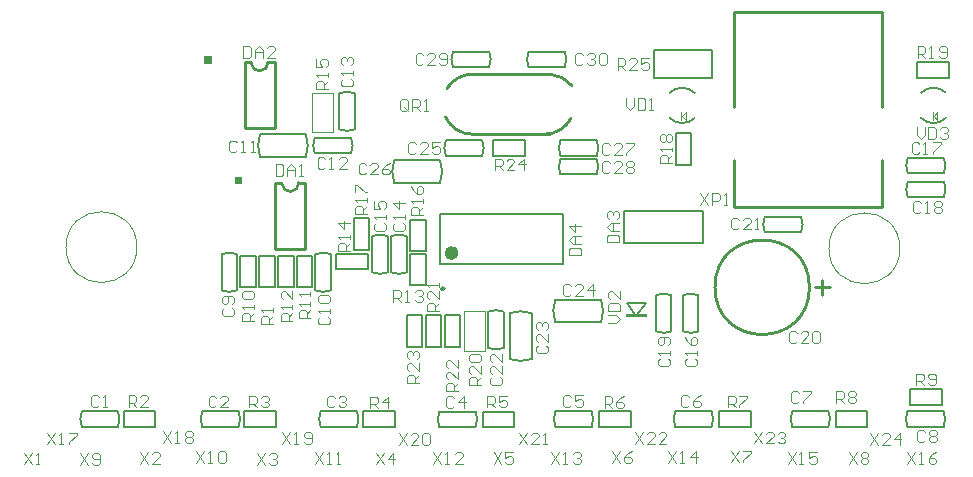
<source format=gto>
G04 Layer_Color=65535*
%FSLAX24Y24*%
%MOIN*%
G70*
G01*
G75*
%ADD10C,0.0079*%
%ADD27C,0.0098*%
%ADD37C,0.0070*%
%ADD38C,0.0100*%
%ADD39C,0.0070*%
%ADD40C,0.0236*%
%ADD41C,0.0071*%
%ADD42C,0.0039*%
G36*
X44061Y21709D02*
X43341D01*
Y21818D01*
X44061D01*
Y21709D01*
D02*
G37*
G36*
X30563Y26156D02*
X30313D01*
Y26406D01*
X30563D01*
Y26156D01*
D02*
G37*
G36*
X29539Y30171D02*
X29289D01*
Y30421D01*
X29539D01*
Y30171D01*
D02*
G37*
D10*
X43701Y21758D02*
X44031Y22188D01*
X43371D02*
X43701Y21758D01*
X43371Y22188D02*
X44031D01*
X43287Y25256D02*
X45925D01*
X43287Y24193D02*
X45925D01*
Y25256D01*
X43287Y24193D02*
Y25256D01*
X37165Y23480D02*
X41260D01*
X37165Y25173D02*
X41260D01*
X37165Y23480D02*
Y25173D01*
X41260Y23480D02*
Y25173D01*
D27*
X37293Y22677D02*
G03*
X37293Y22677I-49J0D01*
G01*
D37*
X53940Y18072D02*
G03*
X53940Y18583I-609J255D01*
G01*
X52733D02*
G03*
X52733Y18072I608J-256D01*
G01*
X46204D02*
G03*
X46204Y18583I-609J255D01*
G01*
X44997D02*
G03*
X44997Y18072I608J-256D01*
G01*
X42208D02*
G03*
X42208Y18583I-609J255D01*
G01*
X41001D02*
G03*
X41000Y18072I608J-256D01*
G01*
X38340Y18062D02*
G03*
X38340Y18573I-609J255D01*
G01*
X37133D02*
G03*
X37132Y18062I608J-256D01*
G01*
X34383Y18072D02*
G03*
X34383Y18583I-609J255D01*
G01*
X33176D02*
G03*
X33176Y18072I608J-256D01*
G01*
X30437D02*
G03*
X30436Y18583I-609J255D01*
G01*
X29229D02*
G03*
X29229Y18072I608J-256D01*
G01*
X26421Y18072D02*
G03*
X26420Y18583I-609J255D01*
G01*
X25213D02*
G03*
X25213Y18072I608J-256D01*
G01*
X30383Y23822D02*
G03*
X29872Y23822I-255J-609D01*
G01*
Y22615D02*
G03*
X30383Y22615I256J608D01*
G01*
X33513Y23822D02*
G03*
X33002Y23822I-255J-609D01*
G01*
Y22615D02*
G03*
X33513Y22615I256J608D01*
G01*
X34903Y23215D02*
G03*
X35413Y23215I255J609D01*
G01*
Y24422D02*
G03*
X34903Y24423I-256J-608D01*
G01*
X35533Y23215D02*
G03*
X36043Y23215I255J609D01*
G01*
Y24422D02*
G03*
X35533Y24423I-256J-608D01*
G01*
X32979Y27696D02*
G03*
X32979Y27185I609J-255D01*
G01*
X34186D02*
G03*
X34187Y27696I-608J256D01*
G01*
X34310Y29187D02*
G03*
X33799Y29186I-255J-609D01*
G01*
Y27979D02*
G03*
X34310Y27979I256J608D01*
G01*
X39270Y21903D02*
G03*
X38760Y21903I-255J-609D01*
G01*
Y20696D02*
G03*
X39270Y20695I256J608D01*
G01*
X44861Y22454D02*
G03*
X44351Y22454I-255J-609D01*
G01*
Y21247D02*
G03*
X44861Y21247I256J608D01*
G01*
X45767Y22454D02*
G03*
X45256Y22454I-255J-609D01*
G01*
Y21247D02*
G03*
X45767Y21247I256J608D01*
G01*
X37349Y27617D02*
G03*
X37349Y27106I609J-255D01*
G01*
X38556D02*
G03*
X38557Y27617I-608J256D01*
G01*
X42376Y26478D02*
G03*
X42375Y26988I-609J255D01*
G01*
X41168D02*
G03*
X41168Y26478I608J-256D01*
G01*
X42376Y27107D02*
G03*
X42375Y27617I-609J255D01*
G01*
X41168D02*
G03*
X41168Y27107I608J-256D01*
G01*
X41313Y30060D02*
G03*
X41312Y30571I-609J255D01*
G01*
X40105D02*
G03*
X40105Y30060I608J-256D01*
G01*
X37585Y30570D02*
G03*
X37586Y30059I609J-255D01*
G01*
X38792D02*
G03*
X38793Y30570I-608J256D01*
G01*
X49187Y24548D02*
G03*
X49186Y25059I-609J255D01*
G01*
X47979D02*
G03*
X47979Y24548I608J-256D01*
G01*
X52743Y27026D02*
G03*
X52743Y26516I609J-255D01*
G01*
X53950D02*
G03*
X53950Y27026I-608J256D01*
G01*
X52743Y26239D02*
G03*
X52743Y25728I609J-255D01*
G01*
X53950D02*
G03*
X53950Y26239I-608J256D01*
G01*
X50102Y18072D02*
G03*
X50101Y18583I-609J255D01*
G01*
X48895D02*
G03*
X48894Y18072I608J-256D01*
G01*
X52736Y18583D02*
X53937D01*
X52737Y18072D02*
X53937D01*
X46467Y18583D02*
X47510D01*
X46467Y18071D02*
X47510D01*
Y18583D01*
X46467Y18071D02*
Y18583D01*
X45000D02*
X46200D01*
X45000Y18072D02*
X46200D01*
X41004Y18583D02*
X42204D01*
X41004Y18072D02*
X42204D01*
X42461Y18583D02*
X43504D01*
X42461Y18071D02*
X43504D01*
Y18583D01*
X42461Y18071D02*
Y18583D01*
X52835Y18799D02*
X53878D01*
X52835Y19311D02*
X53878D01*
X52835Y18799D02*
Y19311D01*
X53878Y18799D02*
Y19311D01*
X38573Y18573D02*
X39616D01*
X38573Y18061D02*
X39616D01*
Y18573D01*
X38573Y18061D02*
Y18573D01*
X37135D02*
X38336D01*
X37136Y18062D02*
X38336D01*
X34597Y18583D02*
X35640D01*
X34597Y18071D02*
X35640D01*
Y18583D01*
X34597Y18071D02*
Y18583D01*
X33179D02*
X34380D01*
X33180Y18072D02*
X34380D01*
X30630Y18583D02*
X31673D01*
X30630Y18071D02*
X31673D01*
Y18583D01*
X30630Y18071D02*
Y18583D01*
X29232D02*
X30433D01*
X29233Y18072D02*
X30433D01*
X26614Y18583D02*
X27658D01*
X26614Y18071D02*
X27658D01*
Y18583D01*
X26614Y18071D02*
Y18583D01*
X25216D02*
X26417D01*
X25217Y18072D02*
X26417D01*
X29872Y22618D02*
Y23819D01*
X30383Y22619D02*
Y23819D01*
X31014Y22716D02*
Y23760D01*
X30502Y22716D02*
Y23760D01*
Y22716D02*
X31014D01*
X30502Y23760D02*
X31014D01*
X31132Y22716D02*
Y23760D01*
X31644Y22716D02*
Y23760D01*
X31132D02*
X31644D01*
X31132Y22716D02*
X31644D01*
X32894D02*
Y23760D01*
X32382Y22716D02*
Y23760D01*
Y22716D02*
X32894D01*
X32382Y23760D02*
X32894D01*
X32274Y22716D02*
Y23760D01*
X31762Y22716D02*
Y23760D01*
Y22716D02*
X32274D01*
X31762Y23760D02*
X32274D01*
X33002Y22618D02*
Y23819D01*
X33513Y22619D02*
Y23819D01*
X36161Y22786D02*
Y23829D01*
X36673Y22786D02*
Y23829D01*
X36161D02*
X36673D01*
X36161Y22786D02*
X36673D01*
X33701Y23839D02*
X34744D01*
X33701Y23327D02*
X34744D01*
Y23839D01*
X33701Y23327D02*
Y23839D01*
X34272Y23967D02*
Y25010D01*
X34783Y23967D02*
Y25010D01*
X34272D02*
X34783D01*
X34272Y23967D02*
X34783D01*
X35413Y23219D02*
Y24420D01*
X34902Y23219D02*
Y24419D01*
X36043Y23219D02*
Y24420D01*
X35532Y23219D02*
Y24419D01*
X36161Y23927D02*
Y24971D01*
X36673Y23927D02*
Y24971D01*
X36161D02*
X36673D01*
X36161Y23927D02*
X36673D01*
X32983Y27185D02*
X34183D01*
X32983Y27696D02*
X34183D01*
X33799Y27982D02*
Y29183D01*
X34310Y27983D02*
Y29183D01*
X36043Y20738D02*
Y21782D01*
X36555Y20738D02*
Y21782D01*
X36043D02*
X36555D01*
X36043Y20738D02*
X36555D01*
X36673D02*
Y21782D01*
X37185Y20738D02*
Y21782D01*
X36673D02*
X37185D01*
X36673Y20738D02*
X37185D01*
X37303D02*
Y21782D01*
X37815Y20738D02*
Y21782D01*
X37303D02*
X37815D01*
X37303Y20738D02*
X37815D01*
X38760Y20698D02*
Y21899D01*
X39271Y20699D02*
Y21899D01*
X44350Y21250D02*
Y22450D01*
X44861Y21250D02*
Y22450D01*
X45256Y21250D02*
Y22450D01*
X45767Y21250D02*
Y22450D01*
X37353Y27106D02*
X38554D01*
X37353Y27617D02*
X38553D01*
X41171Y26988D02*
X42372D01*
X41172Y26477D02*
X42372D01*
X41171Y27617D02*
X42372D01*
X41172Y27106D02*
X42372D01*
X38927D02*
X39970D01*
X38927Y27618D02*
X39970D01*
X38927Y27106D02*
Y27618D01*
X39970Y27106D02*
Y27618D01*
X40108Y30571D02*
X41309D01*
X40109Y30060D02*
X41309D01*
X37589Y30059D02*
X38790D01*
X37589Y30570D02*
X38789D01*
X47982Y25059D02*
X49183D01*
X47983Y24548D02*
X49183D01*
X53061Y30217D02*
X54104D01*
X53061Y29705D02*
X54104D01*
Y30217D01*
X53061Y29705D02*
Y30217D01*
X52746Y26516D02*
X53947D01*
X52746Y27027D02*
X53946D01*
X52746Y25728D02*
X53947D01*
X52746Y26239D02*
X53946D01*
X45020Y26801D02*
Y27845D01*
X45532Y26801D02*
Y27845D01*
X45020D02*
X45532D01*
X45020Y26801D02*
X45532D01*
X48897Y18583D02*
X50098D01*
X48898Y18072D02*
X50098D01*
X50354Y18583D02*
X51398D01*
X50354Y18071D02*
X51398D01*
Y18583D01*
X50354Y18071D02*
Y18583D01*
D38*
X31882Y26185D02*
G03*
X32440Y26204I280J0D01*
G01*
X30858Y30201D02*
G03*
X31417Y30220I280J0D01*
G01*
X37332Y28395D02*
G03*
X38238Y27819I906J424D01*
G01*
Y29819D02*
G03*
X37390Y29349I0J-1000D01*
G01*
X40638Y27819D02*
G03*
X41518Y28343I0J1000D01*
G01*
X41551Y29435D02*
G03*
X40814Y29818I-788J-616D01*
G01*
X49468Y22717D02*
G03*
X49468Y22717I-1575J0D01*
G01*
X51890Y28736D02*
Y31886D01*
X46968Y28736D02*
Y31886D01*
Y25394D02*
X51890D01*
X46968Y31886D02*
X51890D01*
Y25394D02*
Y26969D01*
X46968Y25394D02*
Y26969D01*
X32663Y24006D02*
Y26206D01*
X31663Y24006D02*
Y26206D01*
Y24006D02*
X32663D01*
X32463Y26206D02*
X32663D01*
X31663D02*
X31863D01*
X31639Y28021D02*
Y30221D01*
X30639Y28021D02*
Y30221D01*
Y28021D02*
X31639D01*
X31439Y30221D02*
X31639D01*
X30639D02*
X30839D01*
X38188Y27819D02*
X40813D01*
X38188Y29819D02*
X40813D01*
X49644Y22717D02*
X50144D01*
X49894Y22467D02*
Y22967D01*
D39*
X32680Y27070D02*
G03*
X32680Y27812I-1004J371D01*
G01*
X31151Y27812D02*
G03*
X31150Y27072I1025J-371D01*
G01*
X40214Y21853D02*
G03*
X39471Y21853I-371J-1004D01*
G01*
X39471Y20324D02*
G03*
X40212Y20323I371J1025D01*
G01*
X42522Y21558D02*
G03*
X42522Y22300I-1004J371D01*
G01*
X40993Y22300D02*
G03*
X40993Y21560I1025J-371D01*
G01*
X35627Y26946D02*
G03*
X35627Y26204I1004J-371D01*
G01*
X37156Y26204D02*
G03*
X37157Y26944I-1025J371D01*
G01*
X31156Y27811D02*
X32676D01*
X31156Y27071D02*
X32676D01*
X39473Y20329D02*
Y21849D01*
X40213Y20329D02*
Y21849D01*
X40999Y22299D02*
X42519D01*
X40999Y21559D02*
X42519D01*
X35631Y26205D02*
X37151D01*
X35631Y26945D02*
X37151D01*
X44276Y29677D02*
Y30637D01*
X46206Y29677D02*
Y30637D01*
X44276Y29677D02*
X46206D01*
X44276Y30637D02*
X46206D01*
D40*
X37657Y23858D02*
G03*
X37657Y23858I-118J0D01*
G01*
D41*
X45642Y29197D02*
G03*
X44807Y29197I-418J-418D01*
G01*
Y28362D02*
G03*
X45642Y28362I418J418D01*
G01*
X54018Y29197D02*
G03*
X53183Y29197I-418J-418D01*
G01*
Y28362D02*
G03*
X54018Y28362I418J418D01*
G01*
D42*
X27047Y24055D02*
G03*
X27047Y24055I-1181J0D01*
G01*
X52480Y24016D02*
G03*
X52480Y24016I-1181J0D01*
G01*
X32878Y29201D02*
X33579D01*
X32878Y27886D02*
X33579D01*
X32878D02*
Y29201D01*
X33579Y27886D02*
Y29201D01*
X37957Y21917D02*
X38657D01*
X37957Y20602D02*
X38657D01*
X37957D02*
Y21917D01*
X38657Y20602D02*
Y21917D01*
X45236Y28425D02*
X45354Y28543D01*
X45236Y28425D02*
X45354Y28307D01*
Y28543D01*
X45197Y28307D02*
Y28543D01*
X53612Y28425D02*
X53730Y28543D01*
X53612Y28425D02*
X53730Y28307D01*
Y28543D01*
X53573Y28307D02*
Y28543D01*
X45817Y25866D02*
X46079Y25472D01*
Y25866D02*
X45817Y25472D01*
X46210D02*
Y25866D01*
X46407D01*
X46473Y25800D01*
Y25669D01*
X46407Y25604D01*
X46210D01*
X46604Y25472D02*
X46735D01*
X46670D01*
Y25866D01*
X46604Y25800D01*
X53323Y17877D02*
X53258Y17943D01*
X53127D01*
X53061Y17877D01*
Y17615D01*
X53127Y17549D01*
X53258D01*
X53323Y17615D01*
X53455Y17877D02*
X53520Y17943D01*
X53651D01*
X53717Y17877D01*
Y17812D01*
X53651Y17746D01*
X53717Y17680D01*
Y17615D01*
X53651Y17549D01*
X53520D01*
X53455Y17615D01*
Y17680D01*
X53520Y17746D01*
X53455Y17812D01*
Y17877D01*
X53520Y17746D02*
X53651D01*
X46742Y18711D02*
Y19104D01*
X46939D01*
X47005Y19039D01*
Y18907D01*
X46939Y18842D01*
X46742D01*
X46873D02*
X47005Y18711D01*
X47136Y19104D02*
X47398D01*
Y19039D01*
X47136Y18776D01*
Y18711D01*
X45459Y19048D02*
X45394Y19114D01*
X45262D01*
X45197Y19048D01*
Y18786D01*
X45262Y18720D01*
X45394D01*
X45459Y18786D01*
X45853Y19114D02*
X45722Y19048D01*
X45590Y18917D01*
Y18786D01*
X45656Y18720D01*
X45787D01*
X45853Y18786D01*
Y18852D01*
X45787Y18917D01*
X45590D01*
X41512Y19048D02*
X41447Y19114D01*
X41316D01*
X41250Y19048D01*
Y18786D01*
X41316Y18720D01*
X41447D01*
X41512Y18786D01*
X41906Y19114D02*
X41644D01*
Y18917D01*
X41775Y18983D01*
X41840D01*
X41906Y18917D01*
Y18786D01*
X41840Y18720D01*
X41709D01*
X41644Y18786D01*
X42638Y18701D02*
Y19094D01*
X42835D01*
X42900Y19029D01*
Y18898D01*
X42835Y18832D01*
X42638D01*
X42769D02*
X42900Y18701D01*
X43294Y19094D02*
X43163Y19029D01*
X43031Y18898D01*
Y18766D01*
X43097Y18701D01*
X43228D01*
X43294Y18766D01*
Y18832D01*
X43228Y18898D01*
X43031D01*
X53022Y19449D02*
Y19842D01*
X53218D01*
X53284Y19777D01*
Y19646D01*
X53218Y19580D01*
X53022D01*
X53153D02*
X53284Y19449D01*
X53415Y19514D02*
X53481Y19449D01*
X53612D01*
X53678Y19514D01*
Y19777D01*
X53612Y19842D01*
X53481D01*
X53415Y19777D01*
Y19711D01*
X53481Y19646D01*
X53678D01*
X38720Y18711D02*
Y19104D01*
X38917D01*
X38983Y19039D01*
Y18907D01*
X38917Y18842D01*
X38720D01*
X38852D02*
X38983Y18711D01*
X39376Y19104D02*
X39114D01*
Y18907D01*
X39245Y18973D01*
X39311D01*
X39376Y18907D01*
Y18776D01*
X39311Y18711D01*
X39180D01*
X39114Y18776D01*
X37625Y19019D02*
X37559Y19085D01*
X37428D01*
X37362Y19019D01*
Y18757D01*
X37428Y18691D01*
X37559D01*
X37625Y18757D01*
X37953Y18691D02*
Y19085D01*
X37756Y18888D01*
X38018D01*
X34813Y18681D02*
Y19075D01*
X35010D01*
X35075Y19009D01*
Y18878D01*
X35010Y18812D01*
X34813D01*
X34944D02*
X35075Y18681D01*
X35403D02*
Y19075D01*
X35207Y18878D01*
X35469D01*
X33638Y19039D02*
X33573Y19104D01*
X33442D01*
X33376Y19039D01*
Y18776D01*
X33442Y18711D01*
X33573D01*
X33638Y18776D01*
X33770Y19039D02*
X33835Y19104D01*
X33966D01*
X34032Y19039D01*
Y18973D01*
X33966Y18907D01*
X33901D01*
X33966D01*
X34032Y18842D01*
Y18776D01*
X33966Y18711D01*
X33835D01*
X33770Y18776D01*
X30787Y18711D02*
Y19104D01*
X30984D01*
X31050Y19039D01*
Y18907D01*
X30984Y18842D01*
X30787D01*
X30919D02*
X31050Y18711D01*
X31181Y19039D02*
X31247Y19104D01*
X31378D01*
X31443Y19039D01*
Y18973D01*
X31378Y18907D01*
X31312D01*
X31378D01*
X31443Y18842D01*
Y18776D01*
X31378Y18711D01*
X31247D01*
X31181Y18776D01*
X29701Y19039D02*
X29636Y19104D01*
X29505D01*
X29439Y19039D01*
Y18776D01*
X29505Y18711D01*
X29636D01*
X29701Y18776D01*
X30095Y18711D02*
X29833D01*
X30095Y18973D01*
Y19039D01*
X30029Y19104D01*
X29898D01*
X29833Y19039D01*
X26772Y18720D02*
Y19114D01*
X26968D01*
X27034Y19048D01*
Y18917D01*
X26968Y18852D01*
X26772D01*
X26903D02*
X27034Y18720D01*
X27428D02*
X27165D01*
X27428Y18983D01*
Y19048D01*
X27362Y19114D01*
X27231D01*
X27165Y19048D01*
X25794D02*
X25728Y19114D01*
X25597D01*
X25531Y19048D01*
Y18786D01*
X25597Y18720D01*
X25728D01*
X25794Y18786D01*
X25925Y18720D02*
X26056D01*
X25991D01*
Y19114D01*
X25925Y19048D01*
X23278Y17205D02*
X23540Y16811D01*
Y17205D02*
X23278Y16811D01*
X23671D02*
X23802D01*
X23737D01*
Y17205D01*
X23671Y17139D01*
X25167Y17185D02*
X25430Y16791D01*
Y17185D02*
X25167Y16791D01*
X25561Y16857D02*
X25626Y16791D01*
X25758D01*
X25823Y16857D01*
Y17119D01*
X25758Y17185D01*
X25626D01*
X25561Y17119D01*
Y17054D01*
X25626Y16988D01*
X25823D01*
X27156Y17234D02*
X27418Y16841D01*
Y17234D02*
X27156Y16841D01*
X27811D02*
X27549D01*
X27811Y17103D01*
Y17169D01*
X27746Y17234D01*
X27615D01*
X27549Y17169D01*
X29026Y17244D02*
X29288Y16850D01*
Y17244D02*
X29026Y16850D01*
X29419D02*
X29550D01*
X29485D01*
Y17244D01*
X29419Y17178D01*
X29747D02*
X29813Y17244D01*
X29944D01*
X30010Y17178D01*
Y16916D01*
X29944Y16850D01*
X29813D01*
X29747Y16916D01*
Y17178D01*
X31063Y17195D02*
X31325Y16801D01*
Y17195D02*
X31063Y16801D01*
X31457Y17129D02*
X31522Y17195D01*
X31653D01*
X31719Y17129D01*
Y17064D01*
X31653Y16998D01*
X31588D01*
X31653D01*
X31719Y16932D01*
Y16867D01*
X31653Y16801D01*
X31522D01*
X31457Y16867D01*
X32982Y17234D02*
X33245Y16841D01*
Y17234D02*
X32982Y16841D01*
X33376D02*
X33507D01*
X33441D01*
Y17234D01*
X33376Y17169D01*
X33704Y16841D02*
X33835D01*
X33769D01*
Y17234D01*
X33704Y17169D01*
X35010Y17205D02*
X35272Y16811D01*
Y17205D02*
X35010Y16811D01*
X35600D02*
Y17205D01*
X35403Y17008D01*
X35666D01*
X36919Y17214D02*
X37182Y16821D01*
Y17214D02*
X36919Y16821D01*
X37313D02*
X37444D01*
X37378D01*
Y17214D01*
X37313Y17149D01*
X37903Y16821D02*
X37641D01*
X37903Y17083D01*
Y17149D01*
X37838Y17214D01*
X37706D01*
X37641Y17149D01*
X38937Y17224D02*
X39199Y16831D01*
Y17224D02*
X38937Y16831D01*
X39593Y17224D02*
X39331D01*
Y17027D01*
X39462Y17093D01*
X39527D01*
X39593Y17027D01*
Y16896D01*
X39527Y16831D01*
X39396D01*
X39331Y16896D01*
X40856Y17234D02*
X41119Y16841D01*
Y17234D02*
X40856Y16841D01*
X41250D02*
X41381D01*
X41315D01*
Y17234D01*
X41250Y17169D01*
X41578D02*
X41643Y17234D01*
X41775D01*
X41840Y17169D01*
Y17103D01*
X41775Y17037D01*
X41709D01*
X41775D01*
X41840Y16972D01*
Y16906D01*
X41775Y16841D01*
X41643D01*
X41578Y16906D01*
X42884Y17254D02*
X43146Y16860D01*
Y17254D02*
X42884Y16860D01*
X43540Y17254D02*
X43409Y17188D01*
X43277Y17057D01*
Y16926D01*
X43343Y16860D01*
X43474D01*
X43540Y16926D01*
Y16991D01*
X43474Y17057D01*
X43277D01*
X44754Y17244D02*
X45016Y16850D01*
Y17244D02*
X44754Y16850D01*
X45148D02*
X45279D01*
X45213D01*
Y17244D01*
X45148Y17178D01*
X45672Y16850D02*
Y17244D01*
X45475Y17047D01*
X45738D01*
X48740Y17234D02*
X49003Y16841D01*
Y17234D02*
X48740Y16841D01*
X49134D02*
X49265D01*
X49199D01*
Y17234D01*
X49134Y17169D01*
X49724Y17234D02*
X49462D01*
Y17037D01*
X49593Y17103D01*
X49658D01*
X49724Y17037D01*
Y16906D01*
X49658Y16841D01*
X49527D01*
X49462Y16906D01*
X52717Y17234D02*
X52979Y16841D01*
Y17234D02*
X52717Y16841D01*
X53110D02*
X53241D01*
X53176D01*
Y17234D01*
X53110Y17169D01*
X53700Y17234D02*
X53569Y17169D01*
X53438Y17037D01*
Y16906D01*
X53504Y16841D01*
X53635D01*
X53700Y16906D01*
Y16972D01*
X53635Y17037D01*
X53438D01*
X50778Y17234D02*
X51040Y16841D01*
Y17234D02*
X50778Y16841D01*
X51171Y17169D02*
X51237Y17234D01*
X51368D01*
X51434Y17169D01*
Y17103D01*
X51368Y17037D01*
X51434Y16972D01*
Y16906D01*
X51368Y16841D01*
X51237D01*
X51171Y16906D01*
Y16972D01*
X51237Y17037D01*
X51171Y17103D01*
Y17169D01*
X51237Y17037D02*
X51368D01*
X51486Y17844D02*
X51749Y17451D01*
Y17844D02*
X51486Y17451D01*
X52142D02*
X51880D01*
X52142Y17713D01*
Y17779D01*
X52077Y17844D01*
X51945D01*
X51880Y17779D01*
X52470Y17451D02*
Y17844D01*
X52273Y17648D01*
X52536D01*
X46850Y17273D02*
X47113Y16880D01*
Y17273D02*
X46850Y16880D01*
X47244Y17273D02*
X47506D01*
Y17208D01*
X47244Y16946D01*
Y16880D01*
X47618Y17903D02*
X47880Y17510D01*
Y17903D02*
X47618Y17510D01*
X48274D02*
X48012D01*
X48274Y17772D01*
Y17838D01*
X48208Y17903D01*
X48077D01*
X48012Y17838D01*
X48405D02*
X48471Y17903D01*
X48602D01*
X48668Y17838D01*
Y17772D01*
X48602Y17707D01*
X48536D01*
X48602D01*
X48668Y17641D01*
Y17575D01*
X48602Y17510D01*
X48471D01*
X48405Y17575D01*
X43652Y17884D02*
X43914Y17490D01*
Y17884D02*
X43652Y17490D01*
X44308D02*
X44045D01*
X44308Y17753D01*
Y17818D01*
X44242Y17884D01*
X44111D01*
X44045Y17818D01*
X44701Y17490D02*
X44439D01*
X44701Y17753D01*
Y17818D01*
X44636Y17884D01*
X44504D01*
X44439Y17818D01*
X39793Y17874D02*
X40056Y17480D01*
Y17874D02*
X39793Y17480D01*
X40449D02*
X40187D01*
X40449Y17743D01*
Y17808D01*
X40384Y17874D01*
X40252D01*
X40187Y17808D01*
X40580Y17480D02*
X40712D01*
X40646D01*
Y17874D01*
X40580Y17808D01*
X35778Y17864D02*
X36040Y17470D01*
Y17864D02*
X35778Y17470D01*
X36434D02*
X36171D01*
X36434Y17733D01*
Y17798D01*
X36368Y17864D01*
X36237D01*
X36171Y17798D01*
X36565D02*
X36630Y17864D01*
X36761D01*
X36827Y17798D01*
Y17536D01*
X36761Y17470D01*
X36630D01*
X36565Y17536D01*
Y17798D01*
X31890Y17884D02*
X32152Y17490D01*
Y17884D02*
X31890Y17490D01*
X32283D02*
X32415D01*
X32349D01*
Y17884D01*
X32283Y17818D01*
X32611Y17556D02*
X32677Y17490D01*
X32808D01*
X32874Y17556D01*
Y17818D01*
X32808Y17884D01*
X32677D01*
X32611Y17818D01*
Y17753D01*
X32677Y17687D01*
X32874D01*
X27923Y17923D02*
X28186Y17530D01*
Y17923D02*
X27923Y17530D01*
X28317D02*
X28448D01*
X28382D01*
Y17923D01*
X28317Y17858D01*
X28645D02*
X28710Y17923D01*
X28842D01*
X28907Y17858D01*
Y17792D01*
X28842Y17726D01*
X28907Y17661D01*
Y17595D01*
X28842Y17530D01*
X28710D01*
X28645Y17595D01*
Y17661D01*
X28710Y17726D01*
X28645Y17792D01*
Y17858D01*
X28710Y17726D02*
X28842D01*
X24065Y17874D02*
X24327Y17480D01*
Y17874D02*
X24065Y17480D01*
X24459D02*
X24590D01*
X24524D01*
Y17874D01*
X24459Y17808D01*
X24787Y17874D02*
X25049D01*
Y17808D01*
X24787Y17546D01*
Y17480D01*
X29967Y22034D02*
X29902Y21968D01*
Y21837D01*
X29967Y21772D01*
X30230D01*
X30295Y21837D01*
Y21968D01*
X30230Y22034D01*
Y22165D02*
X30295Y22231D01*
Y22362D01*
X30230Y22428D01*
X29967D01*
X29902Y22362D01*
Y22231D01*
X29967Y22165D01*
X30033D01*
X30098Y22231D01*
Y22428D01*
X30955Y21594D02*
X30561D01*
Y21791D01*
X30627Y21857D01*
X30758D01*
X30824Y21791D01*
Y21594D01*
Y21726D02*
X30955Y21857D01*
Y21988D02*
Y22119D01*
Y22054D01*
X30561D01*
X30627Y21988D01*
Y22316D02*
X30561Y22382D01*
Y22513D01*
X30627Y22578D01*
X30889D01*
X30955Y22513D01*
Y22382D01*
X30889Y22316D01*
X30627D01*
X31575Y21506D02*
X31181D01*
Y21703D01*
X31247Y21768D01*
X31378D01*
X31444Y21703D01*
Y21506D01*
Y21637D02*
X31575Y21768D01*
Y21899D02*
Y22031D01*
Y21965D01*
X31181D01*
X31247Y21899D01*
X32835Y21693D02*
X32441D01*
Y21890D01*
X32507Y21955D01*
X32638D01*
X32703Y21890D01*
Y21693D01*
Y21824D02*
X32835Y21955D01*
Y22086D02*
Y22218D01*
Y22152D01*
X32441D01*
X32507Y22086D01*
X32835Y22414D02*
Y22546D01*
Y22480D01*
X32441D01*
X32507Y22414D01*
X32234Y21594D02*
X31841D01*
Y21791D01*
X31906Y21857D01*
X32037D01*
X32103Y21791D01*
Y21594D01*
Y21726D02*
X32234Y21857D01*
Y21988D02*
Y22119D01*
Y22054D01*
X31841D01*
X31906Y21988D01*
X32234Y22578D02*
Y22316D01*
X31972Y22578D01*
X31906D01*
X31841Y22513D01*
Y22382D01*
X31906Y22316D01*
X33146Y21739D02*
X33081Y21673D01*
Y21542D01*
X33146Y21476D01*
X33409D01*
X33474Y21542D01*
Y21673D01*
X33409Y21739D01*
X33474Y21870D02*
Y22001D01*
Y21936D01*
X33081D01*
X33146Y21870D01*
Y22198D02*
X33081Y22264D01*
Y22395D01*
X33146Y22460D01*
X33409D01*
X33474Y22395D01*
Y22264D01*
X33409Y22198D01*
X33146D01*
X35600Y22234D02*
Y22628D01*
X35797D01*
X35863Y22562D01*
Y22431D01*
X35797Y22365D01*
X35600D01*
X35732D02*
X35863Y22234D01*
X35994D02*
X36125D01*
X36060D01*
Y22628D01*
X35994Y22562D01*
X36322D02*
X36388Y22628D01*
X36519D01*
X36584Y22562D01*
Y22497D01*
X36519Y22431D01*
X36453D01*
X36519D01*
X36584Y22365D01*
Y22300D01*
X36519Y22234D01*
X36388D01*
X36322Y22300D01*
X34154Y23937D02*
X33760D01*
Y24134D01*
X33826Y24199D01*
X33957D01*
X34022Y24134D01*
Y23937D01*
Y24068D02*
X34154Y24199D01*
Y24331D02*
Y24462D01*
Y24396D01*
X33760D01*
X33826Y24331D01*
X34154Y24855D02*
X33760D01*
X33957Y24659D01*
Y24921D01*
X34724Y25157D02*
X34331D01*
Y25354D01*
X34396Y25420D01*
X34528D01*
X34593Y25354D01*
Y25157D01*
Y25289D02*
X34724Y25420D01*
Y25551D02*
Y25682D01*
Y25617D01*
X34331D01*
X34396Y25551D01*
X34331Y25879D02*
Y26141D01*
X34396D01*
X34659Y25879D01*
X34724D01*
X35026Y24869D02*
X34961Y24803D01*
Y24672D01*
X35026Y24606D01*
X35289D01*
X35354Y24672D01*
Y24803D01*
X35289Y24869D01*
X35354Y25000D02*
Y25131D01*
Y25065D01*
X34961D01*
X35026Y25000D01*
X34961Y25590D02*
Y25328D01*
X35158D01*
X35092Y25459D01*
Y25525D01*
X35158Y25590D01*
X35289D01*
X35354Y25525D01*
Y25393D01*
X35289Y25328D01*
X35656Y24869D02*
X35591Y24803D01*
Y24672D01*
X35656Y24606D01*
X35919D01*
X35984Y24672D01*
Y24803D01*
X35919Y24869D01*
X35984Y25000D02*
Y25131D01*
Y25065D01*
X35591D01*
X35656Y25000D01*
X35984Y25525D02*
X35591D01*
X35787Y25328D01*
Y25590D01*
X36575Y25118D02*
X36181D01*
Y25315D01*
X36247Y25380D01*
X36378D01*
X36444Y25315D01*
Y25118D01*
Y25249D02*
X36575Y25380D01*
Y25512D02*
Y25643D01*
Y25577D01*
X36181D01*
X36247Y25512D01*
X36181Y26102D02*
X36247Y25971D01*
X36378Y25840D01*
X36509D01*
X36575Y25905D01*
Y26036D01*
X36509Y26102D01*
X36444D01*
X36378Y26036D01*
Y25840D01*
X31673Y26811D02*
Y26417D01*
X31870D01*
X31936Y26483D01*
Y26745D01*
X31870Y26811D01*
X31673D01*
X32067Y26417D02*
Y26680D01*
X32198Y26811D01*
X32329Y26680D01*
Y26417D01*
Y26614D01*
X32067D01*
X32460Y26417D02*
X32592D01*
X32526D01*
Y26811D01*
X32460Y26745D01*
X30380Y27543D02*
X30315Y27608D01*
X30184D01*
X30118Y27543D01*
Y27280D01*
X30184Y27215D01*
X30315D01*
X30380Y27280D01*
X30512Y27215D02*
X30643D01*
X30577D01*
Y27608D01*
X30512Y27543D01*
X30840Y27215D02*
X30971D01*
X30905D01*
Y27608D01*
X30840Y27543D01*
X33333Y26982D02*
X33268Y27047D01*
X33136D01*
X33071Y26982D01*
Y26719D01*
X33136Y26654D01*
X33268D01*
X33333Y26719D01*
X33464Y26654D02*
X33596D01*
X33530D01*
Y27047D01*
X33464Y26982D01*
X34055Y26654D02*
X33792D01*
X34055Y26916D01*
Y26982D01*
X33989Y27047D01*
X33858D01*
X33792Y26982D01*
X33924Y29672D02*
X33858Y29606D01*
Y29475D01*
X33924Y29409D01*
X34186D01*
X34252Y29475D01*
Y29606D01*
X34186Y29672D01*
X34252Y29803D02*
Y29934D01*
Y29869D01*
X33858D01*
X33924Y29803D01*
Y30131D02*
X33858Y30197D01*
Y30328D01*
X33924Y30393D01*
X33990D01*
X34055Y30328D01*
Y30262D01*
Y30328D01*
X34121Y30393D01*
X34186D01*
X34252Y30328D01*
Y30197D01*
X34186Y30131D01*
X33425Y29331D02*
X33032D01*
Y29527D01*
X33097Y29593D01*
X33228D01*
X33294Y29527D01*
Y29331D01*
Y29462D02*
X33425Y29593D01*
Y29724D02*
Y29855D01*
Y29790D01*
X33032D01*
X33097Y29724D01*
X33032Y30315D02*
Y30052D01*
X33228D01*
X33163Y30183D01*
Y30249D01*
X33228Y30315D01*
X33360D01*
X33425Y30249D01*
Y30118D01*
X33360Y30052D01*
X30591Y30748D02*
Y30354D01*
X30787D01*
X30853Y30420D01*
Y30682D01*
X30787Y30748D01*
X30591D01*
X30984Y30354D02*
Y30617D01*
X31115Y30748D01*
X31247Y30617D01*
Y30354D01*
Y30551D01*
X30984D01*
X31640Y30354D02*
X31378D01*
X31640Y30617D01*
Y30682D01*
X31574Y30748D01*
X31443D01*
X31378Y30682D01*
X36457Y19528D02*
X36063D01*
Y19724D01*
X36129Y19790D01*
X36260D01*
X36326Y19724D01*
Y19528D01*
Y19659D02*
X36457Y19790D01*
Y20184D02*
Y19921D01*
X36194Y20184D01*
X36129D01*
X36063Y20118D01*
Y19987D01*
X36129Y19921D01*
Y20315D02*
X36063Y20380D01*
Y20511D01*
X36129Y20577D01*
X36194D01*
X36260Y20511D01*
Y20446D01*
Y20511D01*
X36326Y20577D01*
X36391D01*
X36457Y20511D01*
Y20380D01*
X36391Y20315D01*
X37126Y21929D02*
X36732D01*
Y22126D01*
X36798Y22192D01*
X36929D01*
X36995Y22126D01*
Y21929D01*
Y22060D02*
X37126Y22192D01*
Y22585D02*
Y22323D01*
X36864Y22585D01*
X36798D01*
X36732Y22520D01*
Y22388D01*
X36798Y22323D01*
X37126Y22716D02*
Y22847D01*
Y22782D01*
X36732D01*
X36798Y22716D01*
X37756Y19252D02*
X37362D01*
Y19449D01*
X37428Y19514D01*
X37559D01*
X37625Y19449D01*
Y19252D01*
Y19383D02*
X37756Y19514D01*
Y19908D02*
Y19646D01*
X37494Y19908D01*
X37428D01*
X37362Y19842D01*
Y19711D01*
X37428Y19646D01*
X37756Y20301D02*
Y20039D01*
X37494Y20301D01*
X37428D01*
X37362Y20236D01*
Y20105D01*
X37428Y20039D01*
X38504Y19449D02*
X38110D01*
Y19646D01*
X38176Y19711D01*
X38307D01*
X38373Y19646D01*
Y19449D01*
Y19580D02*
X38504Y19711D01*
Y20105D02*
Y19842D01*
X38242Y20105D01*
X38176D01*
X38110Y20039D01*
Y19908D01*
X38176Y19842D01*
Y20236D02*
X38110Y20302D01*
Y20433D01*
X38176Y20498D01*
X38438D01*
X38504Y20433D01*
Y20302D01*
X38438Y20236D01*
X38176D01*
X38885Y19711D02*
X38819Y19646D01*
Y19514D01*
X38885Y19449D01*
X39147D01*
X39213Y19514D01*
Y19646D01*
X39147Y19711D01*
X39213Y20105D02*
Y19842D01*
X38950Y20105D01*
X38885D01*
X38819Y20039D01*
Y19908D01*
X38885Y19842D01*
X39213Y20498D02*
Y20236D01*
X38950Y20498D01*
X38885D01*
X38819Y20433D01*
Y20302D01*
X38885Y20236D01*
X40420Y20774D02*
X40354Y20709D01*
Y20577D01*
X40420Y20512D01*
X40682D01*
X40748Y20577D01*
Y20709D01*
X40682Y20774D01*
X40748Y21168D02*
Y20905D01*
X40486Y21168D01*
X40420D01*
X40354Y21102D01*
Y20971D01*
X40420Y20905D01*
Y21299D02*
X40354Y21365D01*
Y21496D01*
X40420Y21561D01*
X40486D01*
X40551Y21496D01*
Y21430D01*
Y21496D01*
X40617Y21561D01*
X40682D01*
X40748Y21496D01*
Y21365D01*
X40682Y21299D01*
X42756Y21535D02*
X43018D01*
X43150Y21667D01*
X43018Y21798D01*
X42756D01*
Y21929D02*
X43150D01*
Y22126D01*
X43084Y22191D01*
X42822D01*
X42756Y22126D01*
Y21929D01*
X43150Y22585D02*
Y22323D01*
X42887Y22585D01*
X42822D01*
X42756Y22519D01*
Y22388D01*
X42822Y22323D01*
X44475Y20341D02*
X44410Y20276D01*
Y20144D01*
X44475Y20079D01*
X44738D01*
X44803Y20144D01*
Y20276D01*
X44738Y20341D01*
X44803Y20472D02*
Y20604D01*
Y20538D01*
X44410D01*
X44475Y20472D01*
X44738Y20800D02*
X44803Y20866D01*
Y20997D01*
X44738Y21063D01*
X44475D01*
X44410Y20997D01*
Y20866D01*
X44475Y20800D01*
X44541D01*
X44606Y20866D01*
Y21063D01*
X45381Y20341D02*
X45315Y20276D01*
Y20144D01*
X45381Y20079D01*
X45643D01*
X45709Y20144D01*
Y20276D01*
X45643Y20341D01*
X45709Y20472D02*
Y20604D01*
Y20538D01*
X45315D01*
X45381Y20472D01*
X45315Y21063D02*
X45381Y20931D01*
X45512Y20800D01*
X45643D01*
X45709Y20866D01*
Y20997D01*
X45643Y21063D01*
X45577D01*
X45512Y20997D01*
Y20800D01*
X42717Y24213D02*
X43110D01*
Y24409D01*
X43045Y24475D01*
X42782D01*
X42717Y24409D01*
Y24213D01*
X43110Y24606D02*
X42848D01*
X42717Y24737D01*
X42848Y24869D01*
X43110D01*
X42913D01*
Y24606D01*
X42782Y25000D02*
X42717Y25065D01*
Y25197D01*
X42782Y25262D01*
X42848D01*
X42913Y25197D01*
Y25131D01*
Y25197D01*
X42979Y25262D01*
X43045D01*
X43110Y25197D01*
Y25065D01*
X43045Y25000D01*
X41522Y22769D02*
X41457Y22835D01*
X41325D01*
X41260Y22769D01*
Y22507D01*
X41325Y22441D01*
X41457D01*
X41522Y22507D01*
X41916Y22441D02*
X41653D01*
X41916Y22703D01*
Y22769D01*
X41850Y22835D01*
X41719D01*
X41653Y22769D01*
X42244Y22441D02*
Y22835D01*
X42047Y22638D01*
X42309D01*
X34701Y26804D02*
X34636Y26870D01*
X34505D01*
X34439Y26804D01*
Y26542D01*
X34505Y26476D01*
X34636D01*
X34701Y26542D01*
X35095Y26476D02*
X34833D01*
X35095Y26739D01*
Y26804D01*
X35029Y26870D01*
X34898D01*
X34833Y26804D01*
X35489Y26870D02*
X35357Y26804D01*
X35226Y26673D01*
Y26542D01*
X35292Y26476D01*
X35423D01*
X35489Y26542D01*
Y26608D01*
X35423Y26673D01*
X35226D01*
X36365Y27493D02*
X36299Y27559D01*
X36168D01*
X36102Y27493D01*
Y27231D01*
X36168Y27165D01*
X36299D01*
X36365Y27231D01*
X36758Y27165D02*
X36496D01*
X36758Y27428D01*
Y27493D01*
X36693Y27559D01*
X36562D01*
X36496Y27493D01*
X37152Y27559D02*
X36890D01*
Y27362D01*
X37021Y27428D01*
X37086D01*
X37152Y27362D01*
Y27231D01*
X37086Y27165D01*
X36955D01*
X36890Y27231D01*
X41457Y23780D02*
X41850D01*
Y23976D01*
X41785Y24042D01*
X41522D01*
X41457Y23976D01*
Y23780D01*
X41850Y24173D02*
X41588D01*
X41457Y24304D01*
X41588Y24435D01*
X41850D01*
X41654D01*
Y24173D01*
X41850Y24763D02*
X41457D01*
X41654Y24567D01*
Y24829D01*
X42821Y26863D02*
X42756Y26929D01*
X42625D01*
X42559Y26863D01*
Y26601D01*
X42625Y26535D01*
X42756D01*
X42821Y26601D01*
X43215Y26535D02*
X42953D01*
X43215Y26798D01*
Y26863D01*
X43149Y26929D01*
X43018D01*
X42953Y26863D01*
X43346D02*
X43412Y26929D01*
X43543D01*
X43609Y26863D01*
Y26798D01*
X43543Y26732D01*
X43609Y26667D01*
Y26601D01*
X43543Y26535D01*
X43412D01*
X43346Y26601D01*
Y26667D01*
X43412Y26732D01*
X43346Y26798D01*
Y26863D01*
X43412Y26732D02*
X43543D01*
X42821Y27453D02*
X42756Y27519D01*
X42625D01*
X42559Y27453D01*
Y27191D01*
X42625Y27125D01*
X42756D01*
X42821Y27191D01*
X43215Y27125D02*
X42953D01*
X43215Y27387D01*
Y27453D01*
X43149Y27519D01*
X43018D01*
X42953Y27453D01*
X43346Y27519D02*
X43609D01*
Y27453D01*
X43346Y27191D01*
Y27125D01*
X38976Y26614D02*
Y27008D01*
X39173D01*
X39239Y26942D01*
Y26811D01*
X39173Y26745D01*
X38976D01*
X39108D02*
X39239Y26614D01*
X39632D02*
X39370D01*
X39632Y26877D01*
Y26942D01*
X39567Y27008D01*
X39436D01*
X39370Y26942D01*
X39960Y26614D02*
Y27008D01*
X39764Y26811D01*
X40026D01*
X41916Y30446D02*
X41850Y30512D01*
X41719D01*
X41654Y30446D01*
Y30184D01*
X41719Y30118D01*
X41850D01*
X41916Y30184D01*
X42047Y30446D02*
X42113Y30512D01*
X42244D01*
X42309Y30446D01*
Y30380D01*
X42244Y30315D01*
X42178D01*
X42244D01*
X42309Y30249D01*
Y30184D01*
X42244Y30118D01*
X42113D01*
X42047Y30184D01*
X42441Y30446D02*
X42506Y30512D01*
X42637D01*
X42703Y30446D01*
Y30184D01*
X42637Y30118D01*
X42506D01*
X42441Y30184D01*
Y30446D01*
X36601D02*
X36535Y30512D01*
X36404D01*
X36339Y30446D01*
Y30184D01*
X36404Y30118D01*
X36535D01*
X36601Y30184D01*
X36995Y30118D02*
X36732D01*
X36995Y30380D01*
Y30446D01*
X36929Y30512D01*
X36798D01*
X36732Y30446D01*
X37126Y30184D02*
X37191Y30118D01*
X37323D01*
X37388Y30184D01*
Y30446D01*
X37323Y30512D01*
X37191D01*
X37126Y30446D01*
Y30380D01*
X37191Y30315D01*
X37388D01*
X36089Y28648D02*
Y28911D01*
X36024Y28976D01*
X35892D01*
X35827Y28911D01*
Y28648D01*
X35892Y28583D01*
X36024D01*
X35958Y28714D02*
X36089Y28583D01*
X36024D02*
X36089Y28648D01*
X36220Y28583D02*
Y28976D01*
X36417D01*
X36483Y28911D01*
Y28779D01*
X36417Y28714D01*
X36220D01*
X36352D02*
X36483Y28583D01*
X36614D02*
X36745D01*
X36680D01*
Y28976D01*
X36614Y28911D01*
X47113Y24974D02*
X47047Y25039D01*
X46916D01*
X46850Y24974D01*
Y24711D01*
X46916Y24646D01*
X47047D01*
X47113Y24711D01*
X47506Y24646D02*
X47244D01*
X47506Y24908D01*
Y24974D01*
X47441Y25039D01*
X47310D01*
X47244Y24974D01*
X47638Y24646D02*
X47769D01*
X47703D01*
Y25039D01*
X47638Y24974D01*
X49042Y21194D02*
X48976Y21260D01*
X48845D01*
X48780Y21194D01*
Y20932D01*
X48845Y20866D01*
X48976D01*
X49042Y20932D01*
X49435Y20866D02*
X49173D01*
X49435Y21129D01*
Y21194D01*
X49370Y21260D01*
X49239D01*
X49173Y21194D01*
X49567D02*
X49632Y21260D01*
X49763D01*
X49829Y21194D01*
Y20932D01*
X49763Y20866D01*
X49632D01*
X49567Y20932D01*
Y21194D01*
X53071Y30354D02*
Y30748D01*
X53268D01*
X53333Y30682D01*
Y30551D01*
X53268Y30486D01*
X53071D01*
X53202D02*
X53333Y30354D01*
X53464D02*
X53596D01*
X53530D01*
Y30748D01*
X53464Y30682D01*
X53792Y30420D02*
X53858Y30354D01*
X53989D01*
X54055Y30420D01*
Y30682D01*
X53989Y30748D01*
X53858D01*
X53792Y30682D01*
Y30617D01*
X53858Y30551D01*
X54055D01*
X53136Y27493D02*
X53071Y27559D01*
X52940D01*
X52874Y27493D01*
Y27231D01*
X52940Y27165D01*
X53071D01*
X53136Y27231D01*
X53268Y27165D02*
X53399D01*
X53333D01*
Y27559D01*
X53268Y27493D01*
X53596Y27559D02*
X53858D01*
Y27493D01*
X53596Y27231D01*
Y27165D01*
X53176Y25525D02*
X53110Y25590D01*
X52979D01*
X52913Y25525D01*
Y25262D01*
X52979Y25197D01*
X53110D01*
X53176Y25262D01*
X53307Y25197D02*
X53438D01*
X53373D01*
Y25590D01*
X53307Y25525D01*
X53635D02*
X53701Y25590D01*
X53832D01*
X53897Y25525D01*
Y25459D01*
X53832Y25394D01*
X53897Y25328D01*
Y25262D01*
X53832Y25197D01*
X53701D01*
X53635Y25262D01*
Y25328D01*
X53701Y25394D01*
X53635Y25459D01*
Y25525D01*
X53701Y25394D02*
X53832D01*
X43071Y29961D02*
Y30354D01*
X43268D01*
X43333Y30289D01*
Y30157D01*
X43268Y30092D01*
X43071D01*
X43202D02*
X43333Y29961D01*
X43727D02*
X43464D01*
X43727Y30223D01*
Y30289D01*
X43661Y30354D01*
X43530D01*
X43464Y30289D01*
X44120Y30354D02*
X43858D01*
Y30157D01*
X43989Y30223D01*
X44055D01*
X44120Y30157D01*
Y30026D01*
X44055Y29961D01*
X43924D01*
X43858Y30026D01*
X43346Y29016D02*
Y28753D01*
X43478Y28622D01*
X43609Y28753D01*
Y29016D01*
X43740D02*
Y28622D01*
X43937D01*
X44002Y28688D01*
Y28950D01*
X43937Y29016D01*
X43740D01*
X44134Y28622D02*
X44265D01*
X44199D01*
Y29016D01*
X44134Y28950D01*
X44882Y26850D02*
X44488D01*
Y27047D01*
X44554Y27113D01*
X44685D01*
X44751Y27047D01*
Y26850D01*
Y26982D02*
X44882Y27113D01*
Y27244D02*
Y27375D01*
Y27310D01*
X44488D01*
X44554Y27244D01*
Y27572D02*
X44488Y27638D01*
Y27769D01*
X44554Y27834D01*
X44620D01*
X44685Y27769D01*
X44751Y27834D01*
X44816D01*
X44882Y27769D01*
Y27638D01*
X44816Y27572D01*
X44751D01*
X44685Y27638D01*
X44620Y27572D01*
X44554D01*
X44685Y27638D02*
Y27769D01*
X53041Y28061D02*
Y27799D01*
X53173Y27667D01*
X53304Y27799D01*
Y28061D01*
X53435D02*
Y27667D01*
X53632D01*
X53697Y27733D01*
Y27995D01*
X53632Y28061D01*
X53435D01*
X53828Y27995D02*
X53894Y28061D01*
X54025D01*
X54091Y27995D01*
Y27930D01*
X54025Y27864D01*
X53960D01*
X54025D01*
X54091Y27799D01*
Y27733D01*
X54025Y27667D01*
X53894D01*
X53828Y27733D01*
X49110Y19185D02*
X49045Y19250D01*
X48914D01*
X48848Y19185D01*
Y18922D01*
X48914Y18857D01*
X49045D01*
X49110Y18922D01*
X49242Y19250D02*
X49504D01*
Y19185D01*
X49242Y18922D01*
Y18857D01*
X50356D02*
Y19250D01*
X50553D01*
X50618Y19185D01*
Y19054D01*
X50553Y18988D01*
X50356D01*
X50487D02*
X50618Y18857D01*
X50750Y19185D02*
X50815Y19250D01*
X50946D01*
X51012Y19185D01*
Y19119D01*
X50946Y19054D01*
X51012Y18988D01*
Y18922D01*
X50946Y18857D01*
X50815D01*
X50750Y18922D01*
Y18988D01*
X50815Y19054D01*
X50750Y19119D01*
Y19185D01*
X50815Y19054D02*
X50946D01*
M02*

</source>
